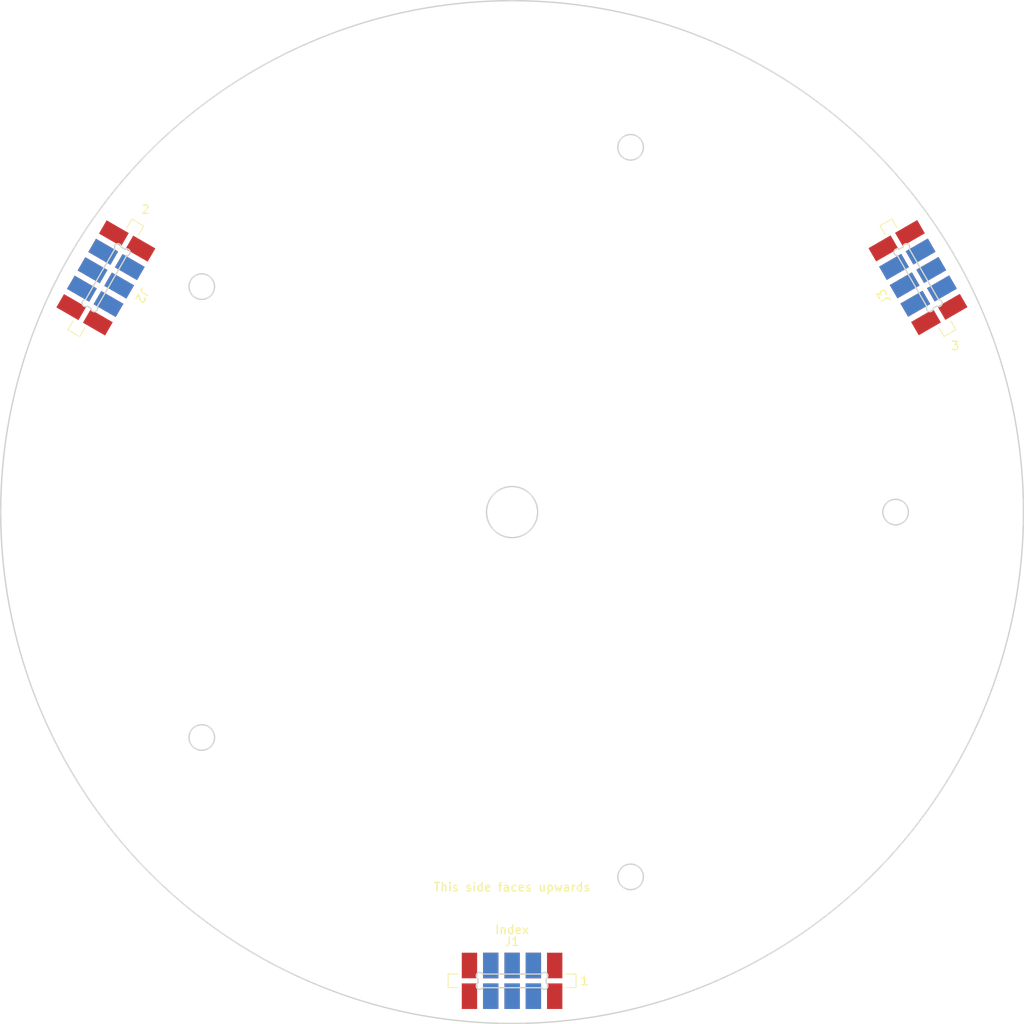
<source format=kicad_pcb>
(kicad_pcb (version 20201002) (generator pcbnew)

  (general
    (thickness 1.6)
  )

  (paper "A4")
  (layers
    (0 "F.Cu" signal)
    (31 "B.Cu" signal)
    (32 "B.Adhes" user "B.Adhesive")
    (33 "F.Adhes" user "F.Adhesive")
    (34 "B.Paste" user)
    (35 "F.Paste" user)
    (36 "B.SilkS" user "B.Silkscreen")
    (37 "F.SilkS" user "F.Silkscreen")
    (38 "B.Mask" user)
    (39 "F.Mask" user)
    (40 "Dwgs.User" user "User.Drawings")
    (41 "Cmts.User" user "User.Comments")
    (42 "Eco1.User" user "User.Eco1")
    (43 "Eco2.User" user "User.Eco2")
    (44 "Edge.Cuts" user)
    (45 "Margin" user)
    (46 "B.CrtYd" user "B.Courtyard")
    (47 "F.CrtYd" user "F.Courtyard")
    (48 "B.Fab" user)
    (49 "F.Fab" user)
  )

  (setup
    (grid_origin 150 100)
    (pcbplotparams
      (layerselection 0x00010fc_ffffffff)
      (usegerberextensions false)
      (usegerberattributes true)
      (usegerberadvancedattributes true)
      (creategerberjobfile true)
      (svguseinch false)
      (svgprecision 6)
      (excludeedgelayer true)
      (linewidth 0.100000)
      (plotframeref false)
      (viasonmask false)
      (mode 1)
      (useauxorigin false)
      (hpglpennumber 1)
      (hpglpenspeed 20)
      (hpglpendiameter 15.000000)
      (psnegative false)
      (psa4output false)
      (plotreference true)
      (plotvalue true)
      (plotinvisibletext false)
      (sketchpadsonfab false)
      (subtractmaskfromsilk false)
      (outputformat 1)
      (mirror false)
      (drillshape 1)
      (scaleselection 1)
      (outputdirectory "")
    )
  )


  (net 0 "")
  (net 1 "GND")
  (net 2 "+3V3")
  (net 3 "/mesh_bot_0r")
  (net 4 "/mesh_bot_1r")
  (net 5 "/mesh_bot_1s")
  (net 6 "/mesh_bot_0s")

  (module "common_footprints:8mm_base" (layer "F.Cu") (tedit 5F85D835) (tstamp 6c58a0f3-800e-4f6c-a1ac-f21b7efb9ca5)
    (at 102.338846 72.525064 -120)
    (property "Sheet file" "/home/user/research/rotohsm/prototype/mech_pcbs/rotor_base_outer_pcb/rotor_base_outer_pcb.kicad_sch")
    (property "Sheet name" "")
    (path "/90ce8e7b-4294-4a14-86c3-986f4a1874cf")
    (attr through_hole)
    (fp_text reference "J2" (at -0.33363 -4.727736 -120 unlocked) (layer "F.SilkS")
      (effects (font (size 1 1) (thickness 0.15)))
      (tstamp b8581eca-a255-4344-8f96-e48497ff2efb)
    )
    (fp_text value "8mm_junction" (at 0 1 -120 unlocked) (layer "F.Fab")
      (effects (font (size 1 1) (thickness 0.15)))
      (tstamp a0c89b47-c105-4ae8-9318-628ae0c26ee6)
    )
    (fp_line (start -7.5 0.8) (end -6.3 0.8) (layer "F.SilkS") (width 0.1) (tstamp 0b8338d2-5c04-44e8-92c1-6f14a052a6f8))
    (fp_line (start -6.3 -0.8) (end -7.5 -0.8) (layer "F.SilkS") (width 0.1) (tstamp 0c272c56-b435-4878-88db-ea430c3d3fed))
    (fp_line (start 6.3 0.8) (end 7.5 0.8) (layer "F.SilkS") (width 0.1) (tstamp 0ed589cb-97cc-49a6-887f-854ada1a84b4))
    (fp_line (start 7.5 0.8) (end 7.5 -0.8) (layer "F.SilkS") (width 0.1) (tstamp 1810c85a-05c5-49e6-bc40-3f7181aeb912))
    (fp_line (start -7.5 -0.8) (end -7.5 0.8) (layer "F.SilkS") (width 0.1) (tstamp 679fe218-020b-467e-bc3c-717f65082134))
    (fp_line (start 7.5 -0.8) (end 6.3 -0.8) (layer "F.SilkS") (width 0.1) (tstamp fc75d945-b850-4342-b27d-5b9c17c9a659))
    (fp_rect (start -4 0.8) (end 4 -0.8) (layer "Dwgs.User") (width 0.1) (tstamp 7b8a5f69-be2c-4018-9196-6a206a0f567c))
    (pad "1" smd rect (at -5 1.8 240) (size 1.8 3) (layers "F.Cu" "F.Mask")
      (net 1 "GND") (tstamp 095bce20-eab0-4e19-8a61-dc67d1c88c47))
    (pad "2" smd rect (at -2.5 1.8 240) (size 1.8 3) (layers "F.Cu" "F.Mask")
      (net 1 "GND") (tstamp 1c4a40a8-5ae9-4db3-bf67-cd9349faa672))
    (pad "3" smd rect (at 0 1.8 240) (size 1.8 3) (layers "F.Cu" "F.Mask")
      (net 2 "+3V3") (tstamp e8a71c9e-78c9-441d-b721-175536a0c2a1))
    (pad "4" smd rect (at 2.5 1.8 240) (size 1.8 3) (layers "F.Cu" "F.Mask")
      (net 1 "GND") (tstamp df22f301-7d10-4a1c-baa5-9cb2cec0ebe3))
    (pad "5" smd rect (at 5 1.8 240) (size 1.8 3) (layers "F.Cu" "F.Mask")
      (net 1 "GND") (tstamp 7da10bf8-1a3f-4e06-b1bb-86e9f1ba4277))
    (pad "6" smd rect (at 5 -1.8 240) (size 1.8 3) (layers "F.Cu" "F.Mask")
      (net 1 "GND") (tstamp 456a8ddd-6e33-4bd3-86c7-7a09cf0258c4))
    (pad "7" smd rect (at 2.5 -1.8 240) (size 1.8 3) (layers "F.Cu" "F.Mask")
      (net 1 "GND") (tstamp 7a24a9ff-380a-4e62-88e3-3ff7f383e160))
    (pad "8" smd rect (at 0 -1.8 240) (size 1.8 3) (layers "F.Cu" "F.Mask")
      (net 2 "+3V3") (tstamp 00876a6b-ffe3-4166-a9b2-64ad35e4a642))
    (pad "9" smd rect (at -2.5 -1.8 240) (size 1.8 3) (layers "F.Cu" "F.Mask")
      (net 1 "GND") (tstamp 752366ad-5049-4663-bf29-248c839bc860))
    (pad "10" smd rect (at -5 -1.8 240) (size 1.8 3) (layers "F.Cu" "F.Mask")
      (net 1 "GND") (tstamp 6ef56bfe-00dc-4885-8611-148c0c506c72))
    (pad "11" smd rect (at -2.5 1.8 240) (size 1.8 3) (layers "B.Cu" "B.Mask")
      (net 1 "GND") (solder_mask_margin 0.1) (tstamp 149656fc-3df4-400e-a5b4-fcf466181aa2))
    (pad "12" smd rect (at 0 1.8 240) (size 1.8 3) (layers "B.Cu" "B.Mask")
      (net 1 "GND") (solder_mask_margin 0.1) (tstamp 6be8979d-b71f-4a88-b044-e1c3fea1d249))
    (pad "13" smd rect (at 2.5 1.8 240) (size 1.8 3) (layers "B.Cu" "B.Mask")
      (net 1 "GND") (solder_mask_margin 0.1) (tstamp f84ce235-0d61-44e3-9b15-23abf6504aba))
    (pad "14" smd rect (at 2.5 -1.8 240) (size 1.8 3) (layers "B.Cu" "B.Mask")
      (net 1 "GND") (solder_mask_margin 0.1) (tstamp e2b176cf-52ef-4f0f-a851-0b8fe22b5851))
    (pad "15" smd rect (at 0 -1.8 240) (size 1.8 3) (layers "B.Cu" "B.Mask")
      (net 1 "GND") (solder_mask_margin 0.1) (tstamp b80d3c15-7e06-4bad-89bd-51e1b1ae82e7))
    (pad "16" smd rect (at -2.5 -1.8 240) (size 1.8 3) (layers "B.Cu" "B.Mask")
      (net 1 "GND") (solder_mask_margin 0.1) (tstamp acc56083-f9ed-4cc2-ae02-ae493564251c))
  )

  (module "common_footprints:8mm_base" (layer "F.Cu") (tedit 5F85D835) (tstamp 79bee6c2-af14-4dc6-8fe9-3d6485e13a7e)
    (at 197.621154 72.494936 120)
    (property "Sheet file" "/home/user/research/rotohsm/prototype/mech_pcbs/rotor_base_outer_pcb/rotor_base_outer_pcb.kicad_sch")
    (property "Sheet name" "")
    (path "/cc85c82c-a09d-441b-9461-2972f916e976")
    (attr through_hole)
    (fp_text reference "J3" (at 0.100936 -4.584954 120 unlocked) (layer "F.SilkS")
      (effects (font (size 1 1) (thickness 0.15)))
      (tstamp 620ffb33-3e9a-46c9-b929-87e4d06bed69)
    )
    (fp_text value "8mm_junction" (at 0 1 120 unlocked) (layer "F.Fab")
      (effects (font (size 1 1) (thickness 0.15)))
      (tstamp fa271cde-5274-43e8-91d8-1a8af3ffa422)
    )
    (fp_line (start 7.5 -0.8) (end 6.3 -0.8) (layer "F.SilkS") (width 0.1) (tstamp 0eff5248-1ce3-4271-bd77-ef0bc3c94906))
    (fp_line (start -7.5 -0.8) (end -7.5 0.8) (layer "F.SilkS") (width 0.1) (tstamp a6cb52a0-0cc1-4e60-9b96-cd73326ae163))
    (fp_line (start 7.5 0.8) (end 7.5 -0.8) (layer "F.SilkS") (width 0.1) (tstamp bdb93097-4c99-4dd4-9978-5a48846607dd))
    (fp_line (start 6.3 0.8) (end 7.5 0.8) (layer "F.SilkS") (width 0.1) (tstamp cb44e811-053c-4dda-b6d4-f00525622d00))
    (fp_line (start -6.3 -0.8) (end -7.5 -0.8) (layer "F.SilkS") (width 0.1) (tstamp d845caaf-a016-42c3-b596-ea8d26cfd486))
    (fp_line (start -7.5 0.8) (end -6.3 0.8) (layer "F.SilkS") (width 0.1) (tstamp df29213c-17e3-4cef-9873-12399d48a48d))
    (fp_rect (start -4 0.8) (end 4 -0.8) (layer "Dwgs.User") (width 0.1) (tstamp e40a8b34-f40d-435d-8ba9-631e3fab7091))
    (pad "1" smd rect (at -5 1.8 120) (size 1.8 3) (layers "F.Cu" "F.Mask")
      (net 1 "GND") (tstamp 322ef08e-c8f1-4377-a6b0-8382b5e1f249))
    (pad "2" smd rect (at -2.5 1.8 120) (size 1.8 3) (layers "F.Cu" "F.Mask")
      (net 1 "GND") (tstamp 7f211a90-f863-424d-a145-83ca34121bb1))
    (pad "3" smd rect (at 0 1.8 120) (size 1.8 3) (layers "F.Cu" "F.Mask")
      (net 2 "+3V3") (tstamp c7dfb537-77f6-4736-a1db-df2a0bd5a797))
    (pad "4" smd rect (at 2.5 1.8 120) (size 1.8 3) (layers "F.Cu" "F.Mask")
      (net 1 "GND") (tstamp d5facedf-c80e-435f-8b6a-c0a22a83595d))
    (pad "5" smd rect (at 5 1.8 120) (size 1.8 3) (layers "F.Cu" "F.Mask")
      (net 1 "GND") (tstamp cbba7a0c-b5eb-474f-8bbc-76043137a1bb))
    (pad "6" smd rect (at 5 -1.8 120) (size 1.8 3) (layers "F.Cu" "F.Mask")
      (net 1 "GND") (tstamp 3f80e6aa-4425-4dfe-af8d-4c9d68d9d4ad))
    (pad "7" smd rect (at 2.5 -1.8 120) (size 1.8 3) (layers "F.Cu" "F.Mask")
      (net 1 "GND") (tstamp 3b9ee594-1065-4d1c-9257-3df595c4bb31))
    (pad "8" smd rect (at 0 -1.8 120) (size 1.8 3) (layers "F.Cu" "F.Mask")
      (net 2 "+3V3") (tstamp c5b0279a-96c4-41d1-8966-d501091a64b2))
    (pad "9" smd rect (at -2.5 -1.8 120) (size 1.8 3) (layers "F.Cu" "F.Mask")
      (net 1 "GND") (tstamp 09c0c47c-a150-4e04-9ba7-4a96a43fe0ad))
    (pad "10" smd rect (at -5 -1.8 120) (size 1.8 3) (layers "F.Cu" "F.Mask")
      (net 1 "GND") (tstamp 4d39d568-9351-4e02-b13b-567ba79cb567))
    (pad "11" smd rect (at -2.5 1.8 120) (size 1.8 3) (layers "B.Cu" "B.Mask")
      (net 1 "GND") (solder_mask_margin 0.1) (tstamp d82d8d3b-9bac-4904-a2bf-98a500878975))
    (pad "12" smd rect (at 0 1.8 120) (size 1.8 3) (layers "B.Cu" "B.Mask")
      (net 1 "GND") (solder_mask_margin 0.1) (tstamp 264d2abd-3b8d-46f8-8924-a1aee1c6dcb5))
    (pad "13" smd rect (at 2.5 1.8 120) (size 1.8 3) (layers "B.Cu" "B.Mask")
      (net 1 "GND") (solder_mask_margin 0.1) (tstamp 96088686-c196-460f-8b1a-1c5405f5750e))
    (pad "14" smd rect (at 2.5 -1.8 120) (size 1.8 3) (layers "B.Cu" "B.Mask")
      (net 1 "GND") (solder_mask_margin 0.1) (tstamp 3dbecf59-3fa8-4bd3-a18e-644d04fe3116))
    (pad "15" smd rect (at 0 -1.8 120) (size 1.8 3) (layers "B.Cu" "B.Mask")
      (net 1 "GND") (solder_mask_margin 0.1) (tstamp 49c750fe-383e-450d-91ad-8c774d15f303))
    (pad "16" smd rect (at -2.5 -1.8 120) (size 1.8 3) (layers "B.Cu" "B.Mask")
      (net 1 "GND") (solder_mask_margin 0.1) (tstamp 54d9e9e9-dd91-49de-aede-800e58162640))
  )

  (module "common_footprints:8mm_base" (layer "F.Cu") (tedit 5F85D835) (tstamp c2ba18fe-9030-485a-9b3c-eec7e1148c03)
    (at 150 155)
    (property "Sheet file" "/home/user/research/rotohsm/prototype/mech_pcbs/rotor_base_outer_pcb/rotor_base_outer_pcb.kicad_sch")
    (property "Sheet name" "")
    (path "/4bbe63be-1229-420f-b1bb-4e69573013e8")
    (attr through_hole)
    (fp_text reference "J1" (at 0 -4.6 unlocked) (layer "F.SilkS")
      (effects (font (size 1 1) (thickness 0.15)))
      (tstamp e5dc9281-3ff3-4622-9f45-3d793c69f856)
    )
    (fp_text value "8mm_junction" (at 0 1 unlocked) (layer "F.Fab")
      (effects (font (size 1 1) (thickness 0.15)))
      (tstamp bc33cd4f-69fd-48dd-be7e-12060646325b)
    )
    (fp_line (start 7.5 -0.8) (end 6.3 -0.8) (layer "F.SilkS") (width 0.1) (tstamp 117d0747-3368-42f4-a743-7cd7016eb887))
    (fp_line (start 6.3 0.8) (end 7.5 0.8) (layer "F.SilkS") (width 0.1) (tstamp 1dcb4e67-8073-45c3-b095-a4cd6ddbafe6))
    (fp_line (start -6.3 -0.8) (end -7.5 -0.8) (layer "F.SilkS") (width 0.1) (tstamp 748be3e2-df36-442d-b3b7-c08e9b995073))
    (fp_line (start -7.5 -0.8) (end -7.5 0.8) (layer "F.SilkS") (width 0.1) (tstamp 9e1709b0-dd5e-47f2-ae0f-0c90a6bc387a))
    (fp_line (start 7.5 0.8) (end 7.5 -0.8) (layer "F.SilkS") (width 0.1) (tstamp a3039bb5-13fc-40d5-8785-e36adee1ce6e))
    (fp_line (start -7.5 0.8) (end -6.3 0.8) (layer "F.SilkS") (width 0.1) (tstamp aeab8d69-8ed5-414f-9ec4-d89a5f795797))
    (fp_rect (start -4 0.8) (end 4 -0.8) (layer "Dwgs.User") (width 0.1) (tstamp 029f6933-3c3c-4b7a-b5f2-21ab5638ec85))
    (pad "1" smd rect (at -5 1.8) (size 1.8 3) (layers "F.Cu" "F.Mask")
      (net 1 "GND") (tstamp 1954b197-f3a3-424f-bcfe-b03014e997e0))
    (pad "2" smd rect (at -2.5 1.8) (size 1.8 3) (layers "F.Cu" "F.Mask")
      (net 1 "GND") (tstamp c15eabd6-37a6-4dce-8322-53d53b9231fb))
    (pad "3" smd rect (at 0 1.8) (size 1.8 3) (layers "F.Cu" "F.Mask")
      (net 2 "+3V3") (tstamp 5f3077ba-0df9-49f5-a8de-77b496288ab2))
    (pad "4" smd rect (at 2.5 1.8) (size 1.8 3) (layers "F.Cu" "F.Mask")
      (net 1 "GND") (tstamp 884a0bbf-c388-4da3-a341-aadafc60d3e1))
    (pad "5" smd rect (at 5 1.8) (size 1.8 3) (layers "F.Cu" "F.Mask")
      (net 1 "GND") (tstamp 016f027f-d8c4-44c2-a80e-f56c83aab5d7))
    (pad "6" smd rect (at 5 -1.8) (size 1.8 3) (layers "F.Cu" "F.Mask")
      (net 3 "/mesh_bot_0r") (tstamp b260860b-1055-4df0-8d70-30283c8f9124))
    (pad "7" smd rect (at 2.5 -1.8) (size 1.8 3) (layers "F.Cu" "F.Mask")
      (net 4 "/mesh_bot_1r") (tstamp a56b7290-a82f-4e41-a5d9-4bf4f30bd910))
    (pad "8" smd rect (at 0 -1.8) (size 1.8 3) (layers "F.Cu" "F.Mask")
      (net 2 "+3V3") (tstamp 25941e35-5031-4201-88ec-15bc2bfc55ca))
    (pad "9" smd rect (at -2.5 -1.8) (size 1.8 3) (layers "F.Cu" "F.Mask")
      (net 5 "/mesh_bot_1s") (tstamp 01b73659-6650-411f-8c7a-b8a78e450582))
    (pad "10" smd rect (at -5 -1.8) (size 1.8 3) (layers "F.Cu" "F.Mask")
      (net 6 "/mesh_bot_0s") (tstamp 57cf08cd-8e2a-4a90-a873-9d3c799b0d65))
    (pad "11" smd rect (at -2.5 1.8) (size 1.8 3) (layers "B.Cu" "B.Mask")
      (net 1 "GND") (solder_mask_margin 0.1) (tstamp 52059d57-faf3-4527-91e4-2c7283869d08))
    (pad "12" smd rect (at 0 1.8) (size 1.8 3) (layers "B.Cu" "B.Mask")
      (net 1 "GND") (solder_mask_margin 0.1) (tstamp 598c83db-e6cb-453d-90d2-a4e90371dbfe))
    (pad "13" smd rect (at 2.5 1.8) (size 1.8 3) (layers "B.Cu" "B.Mask")
      (net 1 "GND") (solder_mask_margin 0.1) (tstamp c7a8b016-b79e-4ef1-af47-52c4e7acc437))
    (pad "14" smd rect (at 2.5 -1.8) (size 1.8 3) (layers "B.Cu" "B.Mask")
      (net 1 "GND") (solder_mask_margin 0.1) (tstamp 86c4a4b7-c7ae-43b7-a439-834cf052f226))
    (pad "15" smd rect (at 0 -1.8) (size 1.8 3) (layers "B.Cu" "B.Mask")
      (net 1 "GND") (solder_mask_margin 0.1) (tstamp 323a7d3f-8a99-4375-b93b-fb3b697965ee))
    (pad "16" smd rect (at -2.5 -1.8) (size 1.8 3) (layers "B.Cu" "B.Mask")
      (net 1 "GND") (solder_mask_margin 0.1) (tstamp fb212e45-f8e3-4524-ad56-65b17d0ea189))
  )

  (gr_poly (pts
 (xy 201 60.25)
    (xy 188 67.5)
    (xy 196.75 82.5)
    (xy 210 75)
    (xy 210 160)
    (xy 90 160)
    (xy 90 80)
    (xy 91 76)
    (xy 102.75 83)
    (xy 111.5 67.25)
    (xy 101.25 61.25)
    (xy 115 40)
    (xy 175 40)) (layer "Eco1.User") (width 0.1) (tstamp 1f56d720-4bf8-4774-8b31-84e2dd86a337))
  (gr_line (start 196.597 69.109) (end 200.051 75.091) (angle 90) (layer "Edge.Cuts") (width 0.16) (tstamp 009f4c3a-81e8-4467-be10-aaee602ede3a))
  (gr_arc (start 103.749 68.909) (end 104.149 68.909) (angle -210) (layer "Edge.Cuts") (width 0.16) (tstamp 08c19962-4300-4359-bc5d-24e5e042b612))
  (gr_arc (start 153.8 155.6) (end 153.454 155.8) (angle -210) (layer "Edge.Cuts") (width 0.16) (tstamp 0ce0df81-e39a-4886-a77c-74a43cc2e311))
  (gr_circle (center 195 100) (end 193.5 100) (layer "Edge.Cuts") (width 0.16) (tstamp 0dd87628-9cb1-4459-ad90-d666dec7d38c))
  (gr_arc (start 104.788 69.509) (end 104.788 69.909) (angle -210) (layer "Edge.Cuts") (width 0.16) (tstamp 0fad9e53-908d-4631-9a60-161e4798ee40))
  (gr_line (start 100.588 76.091) (end 100.149 75.837) (angle 90) (layer "Edge.Cuts") (width 0.16) (tstamp 11e064cc-b05e-4b79-8000-0b5acec7cad7))
  (gr_circle (center 150 100) (end 90 100) (layer "Edge.Cuts") (width 0.16) (tstamp 27da73af-7237-4b0f-8fc1-da34b07631b0))
  (gr_line (start 146 154.746) (end 146 155.254) (angle 90) (layer "Edge.Cuts") (width 0.16) (tstamp 28565b0c-9714-48fe-aa50-7a214c0a3079))
  (gr_circle (center 163.906 57.202) (end 162.406 57.202) (layer "Edge.Cuts") (width 0.16) (tstamp 5727152b-4cf1-4e80-aa76-7c462b862b26))
  (gr_line (start 195.412 69.163) (end 195.851 68.909) (angle 90) (layer "Edge.Cuts") (width 0.16) (tstamp 57ca0ad0-dccb-4769-80cb-de27d5a9408c))
  (gr_line (start 153.454 154.2) (end 146.546 154.2) (angle 90) (layer "Edge.Cuts") (width 0.16) (tstamp 5a486702-6b80-47b3-91cf-414aa5956730))
  (gr_arc (start 100.988 76.091) (end 100.588 76.091) (angle -210) (layer "Edge.Cuts") (width 0.16) (tstamp 68388e4e-ba6b-4e9c-b7b5-863db7923b5a))
  (gr_circle (center 163.906 142.798) (end 162.406 142.798) (layer "Edge.Cuts") (width 0.16) (tstamp 69d40e18-9782-44e2-b502-5e05f38faff1))
  (gr_circle (center 113.594 126.45) (end 112.094 126.45) (layer "Edge.Cuts") (width 0.16) (tstamp 747f716b-8180-4bc5-9537-1c939f6ee89f))
  (gr_arc (start 199.012 76.091) (end 198.665 75.891) (angle -210) (layer "Edge.Cuts") (width 0.16) (tstamp 75131155-2c56-48f9-b650-4320ead14780))
  (gr_line (start 195.212 69.909) (end 198.665 75.891) (angle 90) (layer "Edge.Cuts") (width 0.16) (tstamp 7ccc2921-4952-4dc2-96a6-d1325ad6a170))
  (gr_arc (start 99.949 75.491) (end 99.949 75.091) (angle -210) (layer "Edge.Cuts") (width 0.16) (tstamp 7ec11527-7262-4bb4-8b2e-8207d69bddca))
  (gr_line (start 154 154.746) (end 154 155.254) (angle 90) (layer "Edge.Cuts") (width 0.16) (tstamp 8ad726f6-eeb9-4878-a786-0aabbe3d1d3d))
  (gr_circle (center 150 100) (end 147 100) (layer "Edge.Cuts") (width 0.16) (tstamp 8e83ae77-b05b-4c15-89e2-6d6d2b038e76))
  (gr_arc (start 196.251 68.909) (end 196.597 69.109) (angle -210) (layer "Edge.Cuts") (width 0.16) (tstamp 942bc783-d2e8-46ba-8eee-7514de43ce13))
  (gr_line (start 199.412 76.091) (end 199.851 75.837) (angle 90) (layer "Edge.Cuts") (width 0.16) (tstamp b401dc48-9dde-40a7-aa6d-d1e90ab9aca3))
  (gr_arc (start 153.8 154.4) (end 154 154.746) (angle -210) (layer "Edge.Cuts") (width 0.16) (tstamp bfe76ac1-5e71-48e7-8b34-49efd0a00a5a))
  (gr_circle (center 113.594 73.55) (end 112.094 73.55) (layer "Edge.Cuts") (width 0.16) (tstamp c171294a-f638-4303-891d-ff2f9e204bad))
  (gr_line (start 101.335 75.891) (end 104.788 69.909) (angle 90) (layer "Edge.Cuts") (width 0.16) (tstamp ca1f42b1-aa0b-4079-bbeb-5aead24fabd9))
  (gr_arc (start 195.212 69.509) (end 195.412 69.163) (angle -210) (layer "Edge.Cuts") (width 0.16) (tstamp cd9659b8-e581-4cf8-8548-0232b9076e62))
  (gr_arc (start 200.051 75.491) (end 199.851 75.837) (angle -210) (layer "Edge.Cuts") (width 0.16) (tstamp cde42b1c-9f01-40a4-84f3-fbacf5ccad30))
  (gr_line (start 99.949 75.091) (end 103.403 69.109) (angle 90) (layer "Edge.Cuts") (width 0.16) (tstamp d46cdc3d-5f4e-4c17-8a54-b49a00a3ee6b))
  (gr_arc (start 146.2 154.4) (end 146.546 154.2) (angle -210) (layer "Edge.Cuts") (width 0.16) (tstamp dbadaec7-ba1b-4770-a9c8-d94cf8a20edf))
  (gr_line (start 153.454 155.8) (end 146.546 155.8) (angle 90) (layer "Edge.Cuts") (width 0.16) (tstamp e8e55a62-97f5-4fd8-afa3-40b7a91dce06))
  (gr_arc (start 146.2 155.6) (end 146 155.254) (angle -210) (layer "Edge.Cuts") (width 0.16) (tstamp eaadbf76-b18f-49d4-bbbd-98ee2f2307e7))
  (gr_line (start 104.588 69.163) (end 104.149 68.909) (angle 90) (layer "Edge.Cuts") (width 0.16) (tstamp fc01dc19-4112-4ae6-9ce4-0cefbde742ac))
  (gr_text "3" (at 202 80.5) (layer "F.SilkS") (tstamp 1529e66e-5a32-4bb9-8fdc-87962dbe1e5b)
    (effects (font (size 1 1) (thickness 0.15)))
  )
  (gr_text "This side faces upwards" (at 150 144) (layer "F.SilkS") (tstamp 4bc70fd9-a2f5-44f1-9cb2-24eed971780b)
    (effects (font (size 1 1) (thickness 0.15)))
  )
  (gr_text "Index" (at 150 149) (layer "F.SilkS") (tstamp b782d5b0-5eba-425e-af6b-51c0fe61adf0)
    (effects (font (size 1 1) (thickness 0.15)))
  )
  (gr_text "1" (at 158.5 155) (layer "F.SilkS") (tstamp e616e787-aad5-466a-80bd-017bfe6fd9c8)
    (effects (font (size 1 1) (thickness 0.15)))
  )
  (gr_text "2" (at 107 64.5) (layer "F.SilkS") (tstamp e9d757cc-e743-48c2-98e6-1741f0678294)
    (effects (font (size 1 1) (thickness 0.15)))
  )

  (zone (net 1) (net_name "GND") (layers F&B.Cu) (tstamp a82d6f70-b24d-4d22-b7e9-e4283cdfa592) (hatch edge 0.508)
    (connect_pads (clearance 0.508))
    (min_thickness 0.254)
    (fill (thermal_gap 0.508) (thermal_bridge_width 0.508))
    (polygon
      (pts
        (xy 210 160)
        (xy 90 160)
        (xy 90 40)
        (xy 210 40)
      )
    )
  )
)

</source>
